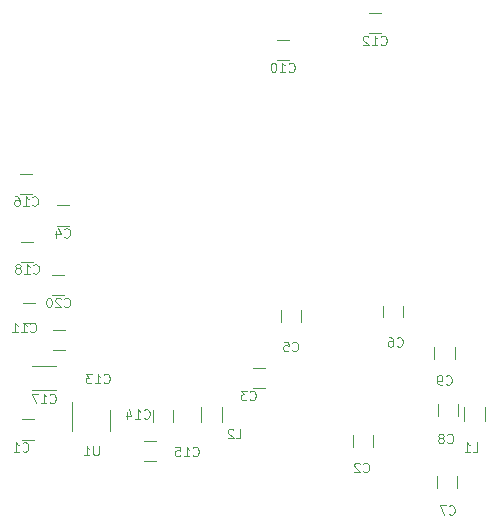
<source format=gbr>
G04 #@! TF.GenerationSoftware,KiCad,Pcbnew,5.1.7-a382d34a8~88~ubuntu18.04.1*
G04 #@! TF.CreationDate,2021-06-07T17:39:16+05:30*
G04 #@! TF.ProjectId,stm32wb_Dev_v2,73746d33-3277-4625-9f44-65765f76322e,rev?*
G04 #@! TF.SameCoordinates,Original*
G04 #@! TF.FileFunction,Legend,Bot*
G04 #@! TF.FilePolarity,Positive*
%FSLAX46Y46*%
G04 Gerber Fmt 4.6, Leading zero omitted, Abs format (unit mm)*
G04 Created by KiCad (PCBNEW 5.1.7-a382d34a8~88~ubuntu18.04.1) date 2021-06-07 17:39:16*
%MOMM*%
%LPD*%
G01*
G04 APERTURE LIST*
%ADD10C,0.120000*%
%ADD11C,0.100000*%
G04 APERTURE END LIST*
D10*
X88256600Y-84042400D02*
X86256600Y-84042400D01*
X86256600Y-82002400D02*
X88256600Y-82002400D01*
X85411200Y-86505700D02*
X86411200Y-86505700D01*
X86411200Y-88205700D02*
X85411200Y-88205700D01*
X113412000Y-88813300D02*
X113412000Y-87813300D01*
X115112000Y-87813300D02*
X115112000Y-88813300D01*
X104972000Y-82124200D02*
X105972000Y-82124200D01*
X105972000Y-83824200D02*
X104972000Y-83824200D01*
X89351700Y-70092900D02*
X88351700Y-70092900D01*
X88351700Y-68392900D02*
X89351700Y-68392900D01*
X109057000Y-77239200D02*
X109057000Y-78239200D01*
X107357000Y-78239200D02*
X107357000Y-77239200D01*
X115967000Y-77867600D02*
X115967000Y-76867600D01*
X117667000Y-76867600D02*
X117667000Y-77867600D01*
X120496000Y-92315900D02*
X120496000Y-91315900D01*
X122196000Y-91315900D02*
X122196000Y-92315900D01*
X122300000Y-85239500D02*
X122300000Y-86239500D01*
X120600000Y-86239500D02*
X120600000Y-85239500D01*
X122020700Y-80414240D02*
X122020700Y-81414240D01*
X120320700Y-81414240D02*
X120320700Y-80414240D01*
X106972000Y-54389900D02*
X107972000Y-54389900D01*
X107972000Y-56089900D02*
X106972000Y-56089900D01*
X85527260Y-76617460D02*
X86527260Y-76617460D01*
X86527260Y-78317460D02*
X85527260Y-78317460D01*
X114765000Y-52103900D02*
X115765000Y-52103900D01*
X115765000Y-53803900D02*
X114765000Y-53803900D01*
X89003800Y-80656800D02*
X88003800Y-80656800D01*
X88003800Y-78956800D02*
X89003800Y-78956800D01*
X96462500Y-86717800D02*
X96462500Y-85717800D01*
X98162500Y-85717800D02*
X98162500Y-86717800D01*
X96721000Y-90006500D02*
X95721000Y-90006500D01*
X95721000Y-88306500D02*
X96721000Y-88306500D01*
X86258000Y-67405600D02*
X85258000Y-67405600D01*
X85258000Y-65705600D02*
X86258000Y-65705600D01*
X85352000Y-71448600D02*
X86352000Y-71448600D01*
X86352000Y-73148600D02*
X85352000Y-73148600D01*
X87979100Y-74298400D02*
X88979100Y-74298400D01*
X88979100Y-75998400D02*
X87979100Y-75998400D01*
X124570380Y-86632340D02*
X124570380Y-85432340D01*
X122810380Y-85432340D02*
X122810380Y-86632340D01*
X100540000Y-85485700D02*
X100540000Y-86685700D01*
X102300000Y-86685700D02*
X102300000Y-85485700D01*
X89649700Y-87504000D02*
X89649700Y-85054000D01*
X92869700Y-85704000D02*
X92869700Y-87504000D01*
D11*
X87770885Y-85058114D02*
X87808980Y-85096209D01*
X87923266Y-85134304D01*
X87999457Y-85134304D01*
X88113742Y-85096209D01*
X88189933Y-85020019D01*
X88228028Y-84943828D01*
X88266123Y-84791447D01*
X88266123Y-84677161D01*
X88228028Y-84524780D01*
X88189933Y-84448590D01*
X88113742Y-84372400D01*
X87999457Y-84334304D01*
X87923266Y-84334304D01*
X87808980Y-84372400D01*
X87770885Y-84410495D01*
X87008980Y-85134304D02*
X87466123Y-85134304D01*
X87237552Y-85134304D02*
X87237552Y-84334304D01*
X87313742Y-84448590D01*
X87389933Y-84524780D01*
X87466123Y-84562876D01*
X86742314Y-84334304D02*
X86208980Y-84334304D01*
X86551838Y-85134304D01*
X85454493Y-89162874D02*
X85492588Y-89200969D01*
X85606874Y-89239064D01*
X85683064Y-89239064D01*
X85797350Y-89200969D01*
X85873540Y-89124779D01*
X85911636Y-89048588D01*
X85949731Y-88896207D01*
X85949731Y-88781921D01*
X85911636Y-88629540D01*
X85873540Y-88553350D01*
X85797350Y-88477160D01*
X85683064Y-88439064D01*
X85606874Y-88439064D01*
X85492588Y-88477160D01*
X85454493Y-88515255D01*
X84692588Y-89239064D02*
X85149731Y-89239064D01*
X84921160Y-89239064D02*
X84921160Y-88439064D01*
X84997350Y-88553350D01*
X85073540Y-88629540D01*
X85149731Y-88667636D01*
X114296273Y-90887554D02*
X114334368Y-90925649D01*
X114448654Y-90963744D01*
X114524844Y-90963744D01*
X114639130Y-90925649D01*
X114715320Y-90849459D01*
X114753416Y-90773268D01*
X114791511Y-90620887D01*
X114791511Y-90506601D01*
X114753416Y-90354220D01*
X114715320Y-90278030D01*
X114639130Y-90201840D01*
X114524844Y-90163744D01*
X114448654Y-90163744D01*
X114334368Y-90201840D01*
X114296273Y-90239935D01*
X113991511Y-90239935D02*
X113953416Y-90201840D01*
X113877225Y-90163744D01*
X113686749Y-90163744D01*
X113610559Y-90201840D01*
X113572463Y-90239935D01*
X113534368Y-90316125D01*
X113534368Y-90392316D01*
X113572463Y-90506601D01*
X114029606Y-90963744D01*
X113534368Y-90963744D01*
X104685093Y-84794074D02*
X104723188Y-84832169D01*
X104837474Y-84870264D01*
X104913664Y-84870264D01*
X105027950Y-84832169D01*
X105104140Y-84755979D01*
X105142236Y-84679788D01*
X105180331Y-84527407D01*
X105180331Y-84413121D01*
X105142236Y-84260740D01*
X105104140Y-84184550D01*
X105027950Y-84108360D01*
X104913664Y-84070264D01*
X104837474Y-84070264D01*
X104723188Y-84108360D01*
X104685093Y-84146455D01*
X104418426Y-84070264D02*
X103923188Y-84070264D01*
X104189855Y-84375026D01*
X104075569Y-84375026D01*
X103999379Y-84413121D01*
X103961283Y-84451217D01*
X103923188Y-84527407D01*
X103923188Y-84717883D01*
X103961283Y-84794074D01*
X103999379Y-84832169D01*
X104075569Y-84870264D01*
X104304140Y-84870264D01*
X104380331Y-84832169D01*
X104418426Y-84794074D01*
X88985033Y-71028614D02*
X89023128Y-71066709D01*
X89137414Y-71104804D01*
X89213604Y-71104804D01*
X89327890Y-71066709D01*
X89404080Y-70990519D01*
X89442176Y-70914328D01*
X89480271Y-70761947D01*
X89480271Y-70647661D01*
X89442176Y-70495280D01*
X89404080Y-70419090D01*
X89327890Y-70342900D01*
X89213604Y-70304804D01*
X89137414Y-70304804D01*
X89023128Y-70342900D01*
X88985033Y-70380995D01*
X88299319Y-70571471D02*
X88299319Y-71104804D01*
X88489795Y-70266709D02*
X88680271Y-70838138D01*
X88185033Y-70838138D01*
X108279373Y-80646194D02*
X108317468Y-80684289D01*
X108431754Y-80722384D01*
X108507944Y-80722384D01*
X108622230Y-80684289D01*
X108698420Y-80608099D01*
X108736516Y-80531908D01*
X108774611Y-80379527D01*
X108774611Y-80265241D01*
X108736516Y-80112860D01*
X108698420Y-80036670D01*
X108622230Y-79960480D01*
X108507944Y-79922384D01*
X108431754Y-79922384D01*
X108317468Y-79960480D01*
X108279373Y-79998575D01*
X107555563Y-79922384D02*
X107936516Y-79922384D01*
X107974611Y-80303337D01*
X107936516Y-80265241D01*
X107860325Y-80227146D01*
X107669849Y-80227146D01*
X107593659Y-80265241D01*
X107555563Y-80303337D01*
X107517468Y-80379527D01*
X107517468Y-80570003D01*
X107555563Y-80646194D01*
X107593659Y-80684289D01*
X107669849Y-80722384D01*
X107860325Y-80722384D01*
X107936516Y-80684289D01*
X107974611Y-80646194D01*
X117138293Y-80270274D02*
X117176388Y-80308369D01*
X117290674Y-80346464D01*
X117366864Y-80346464D01*
X117481150Y-80308369D01*
X117557340Y-80232179D01*
X117595436Y-80155988D01*
X117633531Y-80003607D01*
X117633531Y-79889321D01*
X117595436Y-79736940D01*
X117557340Y-79660750D01*
X117481150Y-79584560D01*
X117366864Y-79546464D01*
X117290674Y-79546464D01*
X117176388Y-79584560D01*
X117138293Y-79622655D01*
X116452579Y-79546464D02*
X116604960Y-79546464D01*
X116681150Y-79584560D01*
X116719245Y-79622655D01*
X116795436Y-79736940D01*
X116833531Y-79889321D01*
X116833531Y-80194083D01*
X116795436Y-80270274D01*
X116757340Y-80308369D01*
X116681150Y-80346464D01*
X116528769Y-80346464D01*
X116452579Y-80308369D01*
X116414483Y-80270274D01*
X116376388Y-80194083D01*
X116376388Y-80003607D01*
X116414483Y-79927417D01*
X116452579Y-79889321D01*
X116528769Y-79851226D01*
X116681150Y-79851226D01*
X116757340Y-79889321D01*
X116795436Y-79927417D01*
X116833531Y-80003607D01*
X121555533Y-94506994D02*
X121593628Y-94545089D01*
X121707914Y-94583184D01*
X121784104Y-94583184D01*
X121898390Y-94545089D01*
X121974580Y-94468899D01*
X122012676Y-94392708D01*
X122050771Y-94240327D01*
X122050771Y-94126041D01*
X122012676Y-93973660D01*
X121974580Y-93897470D01*
X121898390Y-93821280D01*
X121784104Y-93783184D01*
X121707914Y-93783184D01*
X121593628Y-93821280D01*
X121555533Y-93859375D01*
X121288866Y-93783184D02*
X120755533Y-93783184D01*
X121098390Y-94583184D01*
X121425853Y-88442534D02*
X121463948Y-88480629D01*
X121578234Y-88518724D01*
X121654424Y-88518724D01*
X121768710Y-88480629D01*
X121844900Y-88404439D01*
X121882996Y-88328248D01*
X121921091Y-88175867D01*
X121921091Y-88061581D01*
X121882996Y-87909200D01*
X121844900Y-87833010D01*
X121768710Y-87756820D01*
X121654424Y-87718724D01*
X121578234Y-87718724D01*
X121463948Y-87756820D01*
X121425853Y-87794915D01*
X120968710Y-88061581D02*
X121044900Y-88023486D01*
X121082996Y-87985391D01*
X121121091Y-87909200D01*
X121121091Y-87871105D01*
X121082996Y-87794915D01*
X121044900Y-87756820D01*
X120968710Y-87718724D01*
X120816329Y-87718724D01*
X120740139Y-87756820D01*
X120702043Y-87794915D01*
X120663948Y-87871105D01*
X120663948Y-87909200D01*
X120702043Y-87985391D01*
X120740139Y-88023486D01*
X120816329Y-88061581D01*
X120968710Y-88061581D01*
X121044900Y-88099677D01*
X121082996Y-88137772D01*
X121121091Y-88213962D01*
X121121091Y-88366343D01*
X121082996Y-88442534D01*
X121044900Y-88480629D01*
X120968710Y-88518724D01*
X120816329Y-88518724D01*
X120740139Y-88480629D01*
X120702043Y-88442534D01*
X120663948Y-88366343D01*
X120663948Y-88213962D01*
X120702043Y-88137772D01*
X120740139Y-88099677D01*
X120816329Y-88061581D01*
X121301513Y-83497934D02*
X121339608Y-83536029D01*
X121453894Y-83574124D01*
X121530084Y-83574124D01*
X121644370Y-83536029D01*
X121720560Y-83459839D01*
X121758656Y-83383648D01*
X121796751Y-83231267D01*
X121796751Y-83116981D01*
X121758656Y-82964600D01*
X121720560Y-82888410D01*
X121644370Y-82812220D01*
X121530084Y-82774124D01*
X121453894Y-82774124D01*
X121339608Y-82812220D01*
X121301513Y-82850315D01*
X120920560Y-83574124D02*
X120768180Y-83574124D01*
X120691989Y-83536029D01*
X120653894Y-83497934D01*
X120577703Y-83383648D01*
X120539608Y-83231267D01*
X120539608Y-82926505D01*
X120577703Y-82850315D01*
X120615799Y-82812220D01*
X120691989Y-82774124D01*
X120844370Y-82774124D01*
X120920560Y-82812220D01*
X120958656Y-82850315D01*
X120996751Y-82926505D01*
X120996751Y-83116981D01*
X120958656Y-83193172D01*
X120920560Y-83231267D01*
X120844370Y-83269362D01*
X120691989Y-83269362D01*
X120615799Y-83231267D01*
X120577703Y-83193172D01*
X120539608Y-83116981D01*
X107986285Y-57025614D02*
X108024380Y-57063709D01*
X108138666Y-57101804D01*
X108214857Y-57101804D01*
X108329142Y-57063709D01*
X108405333Y-56987519D01*
X108443428Y-56911328D01*
X108481523Y-56758947D01*
X108481523Y-56644661D01*
X108443428Y-56492280D01*
X108405333Y-56416090D01*
X108329142Y-56339900D01*
X108214857Y-56301804D01*
X108138666Y-56301804D01*
X108024380Y-56339900D01*
X107986285Y-56377995D01*
X107224380Y-57101804D02*
X107681523Y-57101804D01*
X107452952Y-57101804D02*
X107452952Y-56301804D01*
X107529142Y-56416090D01*
X107605333Y-56492280D01*
X107681523Y-56530376D01*
X106729142Y-56301804D02*
X106652952Y-56301804D01*
X106576761Y-56339900D01*
X106538666Y-56377995D01*
X106500571Y-56454185D01*
X106462476Y-56606566D01*
X106462476Y-56797042D01*
X106500571Y-56949423D01*
X106538666Y-57025614D01*
X106576761Y-57063709D01*
X106652952Y-57101804D01*
X106729142Y-57101804D01*
X106805333Y-57063709D01*
X106843428Y-57025614D01*
X106881523Y-56949423D01*
X106919619Y-56797042D01*
X106919619Y-56606566D01*
X106881523Y-56454185D01*
X106843428Y-56377995D01*
X106805333Y-56339900D01*
X106729142Y-56301804D01*
X86114825Y-79058734D02*
X86152920Y-79096829D01*
X86267206Y-79134924D01*
X86343397Y-79134924D01*
X86457682Y-79096829D01*
X86533873Y-79020639D01*
X86571968Y-78944448D01*
X86610063Y-78792067D01*
X86610063Y-78677781D01*
X86571968Y-78525400D01*
X86533873Y-78449210D01*
X86457682Y-78373020D01*
X86343397Y-78334924D01*
X86267206Y-78334924D01*
X86152920Y-78373020D01*
X86114825Y-78411115D01*
X85352920Y-79134924D02*
X85810063Y-79134924D01*
X85581492Y-79134924D02*
X85581492Y-78334924D01*
X85657682Y-78449210D01*
X85733873Y-78525400D01*
X85810063Y-78563496D01*
X84591016Y-79134924D02*
X85048159Y-79134924D01*
X84819587Y-79134924D02*
X84819587Y-78334924D01*
X84895778Y-78449210D01*
X84971968Y-78525400D01*
X85048159Y-78563496D01*
X115779285Y-54739614D02*
X115817380Y-54777709D01*
X115931666Y-54815804D01*
X116007857Y-54815804D01*
X116122142Y-54777709D01*
X116198333Y-54701519D01*
X116236428Y-54625328D01*
X116274523Y-54472947D01*
X116274523Y-54358661D01*
X116236428Y-54206280D01*
X116198333Y-54130090D01*
X116122142Y-54053900D01*
X116007857Y-54015804D01*
X115931666Y-54015804D01*
X115817380Y-54053900D01*
X115779285Y-54091995D01*
X115017380Y-54815804D02*
X115474523Y-54815804D01*
X115245952Y-54815804D02*
X115245952Y-54015804D01*
X115322142Y-54130090D01*
X115398333Y-54206280D01*
X115474523Y-54244376D01*
X114712619Y-54091995D02*
X114674523Y-54053900D01*
X114598333Y-54015804D01*
X114407857Y-54015804D01*
X114331666Y-54053900D01*
X114293571Y-54091995D01*
X114255476Y-54168185D01*
X114255476Y-54244376D01*
X114293571Y-54358661D01*
X114750714Y-54815804D01*
X114255476Y-54815804D01*
X92332745Y-83376734D02*
X92370840Y-83414829D01*
X92485126Y-83452924D01*
X92561317Y-83452924D01*
X92675602Y-83414829D01*
X92751793Y-83338639D01*
X92789888Y-83262448D01*
X92827983Y-83110067D01*
X92827983Y-82995781D01*
X92789888Y-82843400D01*
X92751793Y-82767210D01*
X92675602Y-82691020D01*
X92561317Y-82652924D01*
X92485126Y-82652924D01*
X92370840Y-82691020D01*
X92332745Y-82729115D01*
X91570840Y-83452924D02*
X92027983Y-83452924D01*
X91799412Y-83452924D02*
X91799412Y-82652924D01*
X91875602Y-82767210D01*
X91951793Y-82843400D01*
X92027983Y-82881496D01*
X91304174Y-82652924D02*
X90808936Y-82652924D01*
X91075602Y-82957686D01*
X90961317Y-82957686D01*
X90885126Y-82995781D01*
X90847031Y-83033877D01*
X90808936Y-83110067D01*
X90808936Y-83300543D01*
X90847031Y-83376734D01*
X90885126Y-83414829D01*
X90961317Y-83452924D01*
X91189888Y-83452924D01*
X91266079Y-83414829D01*
X91304174Y-83376734D01*
X95731265Y-86366314D02*
X95769360Y-86404409D01*
X95883646Y-86442504D01*
X95959837Y-86442504D01*
X96074122Y-86404409D01*
X96150313Y-86328219D01*
X96188408Y-86252028D01*
X96226503Y-86099647D01*
X96226503Y-85985361D01*
X96188408Y-85832980D01*
X96150313Y-85756790D01*
X96074122Y-85680600D01*
X95959837Y-85642504D01*
X95883646Y-85642504D01*
X95769360Y-85680600D01*
X95731265Y-85718695D01*
X94969360Y-86442504D02*
X95426503Y-86442504D01*
X95197932Y-86442504D02*
X95197932Y-85642504D01*
X95274122Y-85756790D01*
X95350313Y-85832980D01*
X95426503Y-85871076D01*
X94283646Y-85909171D02*
X94283646Y-86442504D01*
X94474122Y-85604409D02*
X94664599Y-86175838D01*
X94169360Y-86175838D01*
X99870405Y-89553974D02*
X99908500Y-89592069D01*
X100022786Y-89630164D01*
X100098977Y-89630164D01*
X100213262Y-89592069D01*
X100289453Y-89515879D01*
X100327548Y-89439688D01*
X100365643Y-89287307D01*
X100365643Y-89173021D01*
X100327548Y-89020640D01*
X100289453Y-88944450D01*
X100213262Y-88868260D01*
X100098977Y-88830164D01*
X100022786Y-88830164D01*
X99908500Y-88868260D01*
X99870405Y-88906355D01*
X99108500Y-89630164D02*
X99565643Y-89630164D01*
X99337072Y-89630164D02*
X99337072Y-88830164D01*
X99413262Y-88944450D01*
X99489453Y-89020640D01*
X99565643Y-89058736D01*
X98384691Y-88830164D02*
X98765643Y-88830164D01*
X98803739Y-89211117D01*
X98765643Y-89173021D01*
X98689453Y-89134926D01*
X98498977Y-89134926D01*
X98422786Y-89173021D01*
X98384691Y-89211117D01*
X98346596Y-89287307D01*
X98346596Y-89477783D01*
X98384691Y-89553974D01*
X98422786Y-89592069D01*
X98498977Y-89630164D01*
X98689453Y-89630164D01*
X98765643Y-89592069D01*
X98803739Y-89553974D01*
X86272285Y-68341314D02*
X86310380Y-68379409D01*
X86424666Y-68417504D01*
X86500857Y-68417504D01*
X86615142Y-68379409D01*
X86691333Y-68303219D01*
X86729428Y-68227028D01*
X86767523Y-68074647D01*
X86767523Y-67960361D01*
X86729428Y-67807980D01*
X86691333Y-67731790D01*
X86615142Y-67655600D01*
X86500857Y-67617504D01*
X86424666Y-67617504D01*
X86310380Y-67655600D01*
X86272285Y-67693695D01*
X85510380Y-68417504D02*
X85967523Y-68417504D01*
X85738952Y-68417504D02*
X85738952Y-67617504D01*
X85815142Y-67731790D01*
X85891333Y-67807980D01*
X85967523Y-67846076D01*
X84824666Y-67617504D02*
X84977047Y-67617504D01*
X85053238Y-67655600D01*
X85091333Y-67693695D01*
X85167523Y-67807980D01*
X85205619Y-67960361D01*
X85205619Y-68265123D01*
X85167523Y-68341314D01*
X85129428Y-68379409D01*
X85053238Y-68417504D01*
X84900857Y-68417504D01*
X84824666Y-68379409D01*
X84786571Y-68341314D01*
X84748476Y-68265123D01*
X84748476Y-68074647D01*
X84786571Y-67998457D01*
X84824666Y-67960361D01*
X84900857Y-67922266D01*
X85053238Y-67922266D01*
X85129428Y-67960361D01*
X85167523Y-67998457D01*
X85205619Y-68074647D01*
X86366285Y-74084314D02*
X86404380Y-74122409D01*
X86518666Y-74160504D01*
X86594857Y-74160504D01*
X86709142Y-74122409D01*
X86785333Y-74046219D01*
X86823428Y-73970028D01*
X86861523Y-73817647D01*
X86861523Y-73703361D01*
X86823428Y-73550980D01*
X86785333Y-73474790D01*
X86709142Y-73398600D01*
X86594857Y-73360504D01*
X86518666Y-73360504D01*
X86404380Y-73398600D01*
X86366285Y-73436695D01*
X85604380Y-74160504D02*
X86061523Y-74160504D01*
X85832952Y-74160504D02*
X85832952Y-73360504D01*
X85909142Y-73474790D01*
X85985333Y-73550980D01*
X86061523Y-73589076D01*
X85147238Y-73703361D02*
X85223428Y-73665266D01*
X85261523Y-73627171D01*
X85299619Y-73550980D01*
X85299619Y-73512885D01*
X85261523Y-73436695D01*
X85223428Y-73398600D01*
X85147238Y-73360504D01*
X84994857Y-73360504D01*
X84918666Y-73398600D01*
X84880571Y-73436695D01*
X84842476Y-73512885D01*
X84842476Y-73550980D01*
X84880571Y-73627171D01*
X84918666Y-73665266D01*
X84994857Y-73703361D01*
X85147238Y-73703361D01*
X85223428Y-73741457D01*
X85261523Y-73779552D01*
X85299619Y-73855742D01*
X85299619Y-74008123D01*
X85261523Y-74084314D01*
X85223428Y-74122409D01*
X85147238Y-74160504D01*
X84994857Y-74160504D01*
X84918666Y-74122409D01*
X84880571Y-74084314D01*
X84842476Y-74008123D01*
X84842476Y-73855742D01*
X84880571Y-73779552D01*
X84918666Y-73741457D01*
X84994857Y-73703361D01*
X88993385Y-76934114D02*
X89031480Y-76972209D01*
X89145766Y-77010304D01*
X89221957Y-77010304D01*
X89336242Y-76972209D01*
X89412433Y-76896019D01*
X89450528Y-76819828D01*
X89488623Y-76667447D01*
X89488623Y-76553161D01*
X89450528Y-76400780D01*
X89412433Y-76324590D01*
X89336242Y-76248400D01*
X89221957Y-76210304D01*
X89145766Y-76210304D01*
X89031480Y-76248400D01*
X88993385Y-76286495D01*
X88688623Y-76286495D02*
X88650528Y-76248400D01*
X88574338Y-76210304D01*
X88383861Y-76210304D01*
X88307671Y-76248400D01*
X88269576Y-76286495D01*
X88231480Y-76362685D01*
X88231480Y-76438876D01*
X88269576Y-76553161D01*
X88726719Y-77010304D01*
X88231480Y-77010304D01*
X87736242Y-76210304D02*
X87660052Y-76210304D01*
X87583861Y-76248400D01*
X87545766Y-76286495D01*
X87507671Y-76362685D01*
X87469576Y-76515066D01*
X87469576Y-76705542D01*
X87507671Y-76857923D01*
X87545766Y-76934114D01*
X87583861Y-76972209D01*
X87660052Y-77010304D01*
X87736242Y-77010304D01*
X87812433Y-76972209D01*
X87850528Y-76934114D01*
X87888623Y-76857923D01*
X87926719Y-76705542D01*
X87926719Y-76515066D01*
X87888623Y-76362685D01*
X87850528Y-76286495D01*
X87812433Y-76248400D01*
X87736242Y-76210304D01*
X123574793Y-89239044D02*
X123955745Y-89239044D01*
X123955745Y-88439044D01*
X122889079Y-89239044D02*
X123346221Y-89239044D01*
X123117650Y-89239044D02*
X123117650Y-88439044D01*
X123193840Y-88553330D01*
X123270031Y-88629520D01*
X123346221Y-88667616D01*
X103511333Y-88090964D02*
X103892285Y-88090964D01*
X103892285Y-87290964D01*
X103282761Y-87367155D02*
X103244666Y-87329060D01*
X103168476Y-87290964D01*
X102978000Y-87290964D01*
X102901809Y-87329060D01*
X102863714Y-87367155D01*
X102825619Y-87443345D01*
X102825619Y-87519536D01*
X102863714Y-87633821D01*
X103320857Y-88090964D01*
X102825619Y-88090964D01*
X91894623Y-88744004D02*
X91894623Y-89391623D01*
X91856528Y-89467814D01*
X91818433Y-89505909D01*
X91742242Y-89544004D01*
X91589861Y-89544004D01*
X91513671Y-89505909D01*
X91475576Y-89467814D01*
X91437480Y-89391623D01*
X91437480Y-88744004D01*
X90637480Y-89544004D02*
X91094623Y-89544004D01*
X90866052Y-89544004D02*
X90866052Y-88744004D01*
X90942242Y-88858290D01*
X91018433Y-88934480D01*
X91094623Y-88972576D01*
M02*

</source>
